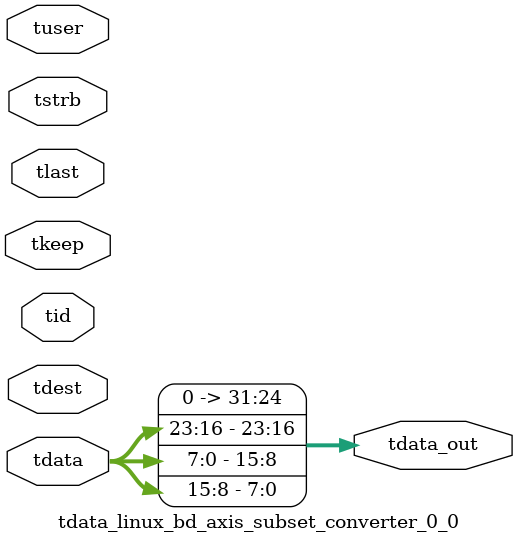
<source format=v>


`timescale 1ps/1ps

module tdata_linux_bd_axis_subset_converter_0_0 #
(
parameter C_S_AXIS_TDATA_WIDTH = 32,
parameter C_S_AXIS_TUSER_WIDTH = 0,
parameter C_S_AXIS_TID_WIDTH   = 0,
parameter C_S_AXIS_TDEST_WIDTH = 0,
parameter C_M_AXIS_TDATA_WIDTH = 32
)
(
input  [(C_S_AXIS_TDATA_WIDTH == 0 ? 1 : C_S_AXIS_TDATA_WIDTH)-1:0     ] tdata,
input  [(C_S_AXIS_TUSER_WIDTH == 0 ? 1 : C_S_AXIS_TUSER_WIDTH)-1:0     ] tuser,
input  [(C_S_AXIS_TID_WIDTH   == 0 ? 1 : C_S_AXIS_TID_WIDTH)-1:0       ] tid,
input  [(C_S_AXIS_TDEST_WIDTH == 0 ? 1 : C_S_AXIS_TDEST_WIDTH)-1:0     ] tdest,
input  [(C_S_AXIS_TDATA_WIDTH/8)-1:0 ] tkeep,
input  [(C_S_AXIS_TDATA_WIDTH/8)-1:0 ] tstrb,
input                                                                    tlast,
output [C_M_AXIS_TDATA_WIDTH-1:0] tdata_out
);

assign tdata_out = {tdata[23:16],tdata[7:0],tdata[15:8]};

endmodule


</source>
